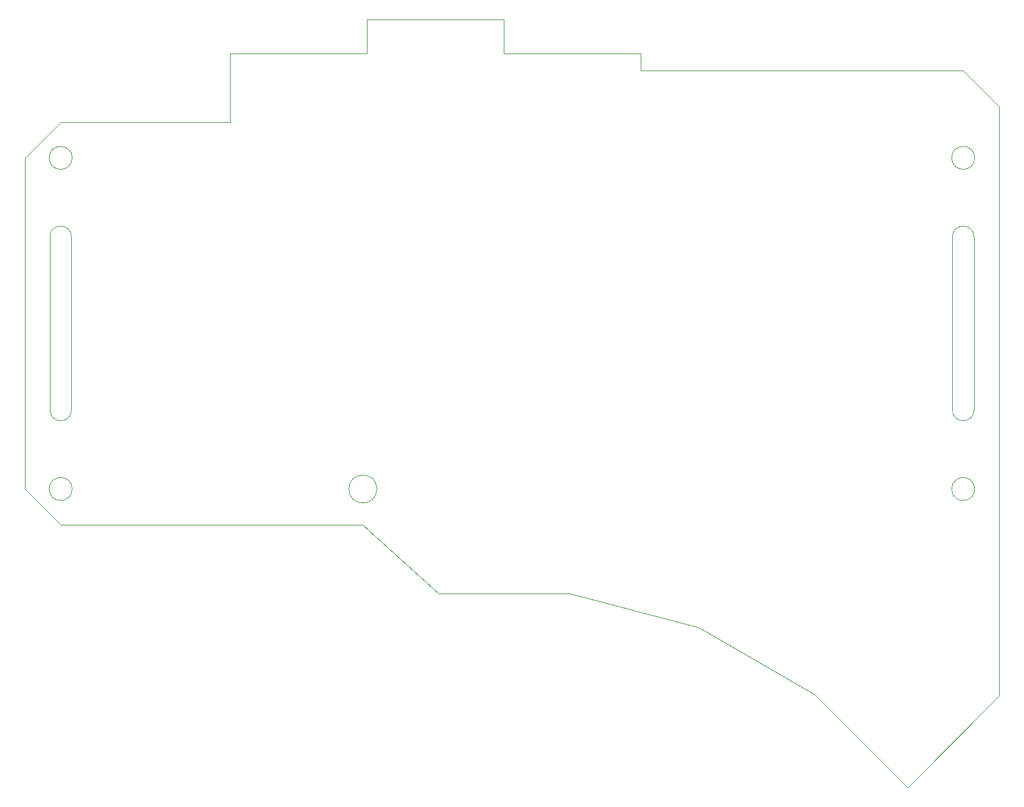
<source format=gbr>
%TF.GenerationSoftware,KiCad,Pcbnew,(5.99.0-10697-g71f40bd67c)*%
%TF.CreationDate,2021-06-15T14:06:52+02:00*%
%TF.ProjectId,bottom,626f7474-6f6d-42e6-9b69-6361645f7063,rev?*%
%TF.SameCoordinates,Original*%
%TF.FileFunction,Profile,NP*%
%FSLAX46Y46*%
G04 Gerber Fmt 4.6, Leading zero omitted, Abs format (unit mm)*
G04 Created by KiCad (PCBNEW (5.99.0-10697-g71f40bd67c)) date 2021-06-15 14:06:52*
%MOMM*%
%LPD*%
G01*
G04 APERTURE LIST*
%TA.AperFunction,Profile*%
%ADD10C,0.100000*%
%TD*%
G04 APERTURE END LIST*
D10*
X164200000Y-36151300D02*
X164200000Y-33770000D01*
X145150000Y-33770000D02*
X145150000Y-29008000D01*
X126100000Y-29008000D02*
X145150000Y-29008000D01*
X78525350Y-48295100D02*
X78525350Y-94394300D01*
X83525350Y-43295100D02*
X78525350Y-48295100D01*
X214115477Y-123213206D02*
X201387959Y-135940943D01*
X210615477Y-59294300D02*
X210615477Y-83395100D01*
X85025351Y-83395100D02*
G75*
G02*
X82025349Y-83395100I-1500001J0D01*
G01*
X207615477Y-59294300D02*
G75*
G02*
X210615477Y-59294300I1500000J0D01*
G01*
X85125350Y-48295100D02*
G75*
G03*
X85125350Y-48295100I-1600000J0D01*
G01*
X172372080Y-113724744D02*
X154442112Y-108919500D01*
X107050000Y-43295100D02*
X107050000Y-33770000D01*
X207615477Y-59294300D02*
X207615477Y-83395100D01*
X107050000Y-43295100D02*
X83525350Y-43295100D01*
X188457277Y-123010483D02*
X172372080Y-113724744D01*
X210715477Y-94394300D02*
G75*
G03*
X210715477Y-94394300I-1600000J0D01*
G01*
X214115477Y-123213206D02*
X214115477Y-41151300D01*
X210715477Y-48295100D02*
G75*
G03*
X210715477Y-48295100I-1600000J0D01*
G01*
X164200000Y-33770000D02*
X145150000Y-33770000D01*
X85025349Y-59294300D02*
X85025349Y-83395100D01*
X82025350Y-59294300D02*
X82025350Y-83395100D01*
X154442112Y-108919500D02*
X136150350Y-108919500D01*
X107050000Y-33770000D02*
X126100000Y-33770000D01*
X210615477Y-83395100D02*
G75*
G02*
X207615477Y-83395100I-1500000J0D01*
G01*
X125574650Y-99394300D02*
X136150350Y-108919500D01*
X83525350Y-99394300D02*
X125574650Y-99394300D01*
X85125350Y-94394300D02*
G75*
G03*
X85125350Y-94394300I-1600000J0D01*
G01*
X209115477Y-36151300D02*
X164200000Y-36151300D01*
X214115477Y-41151300D02*
X209115477Y-36151300D01*
X78525350Y-94394300D02*
X83525350Y-99394300D01*
X82025350Y-59294300D02*
G75*
G02*
X85025350Y-59294300I1500000J0D01*
G01*
X201387959Y-135940943D02*
X188457277Y-123010483D01*
X126100000Y-33770000D02*
X126100000Y-29008000D01*
X127522976Y-94394300D02*
G75*
G03*
X127522976Y-94394300I-1948326J0D01*
G01*
M02*

</source>
